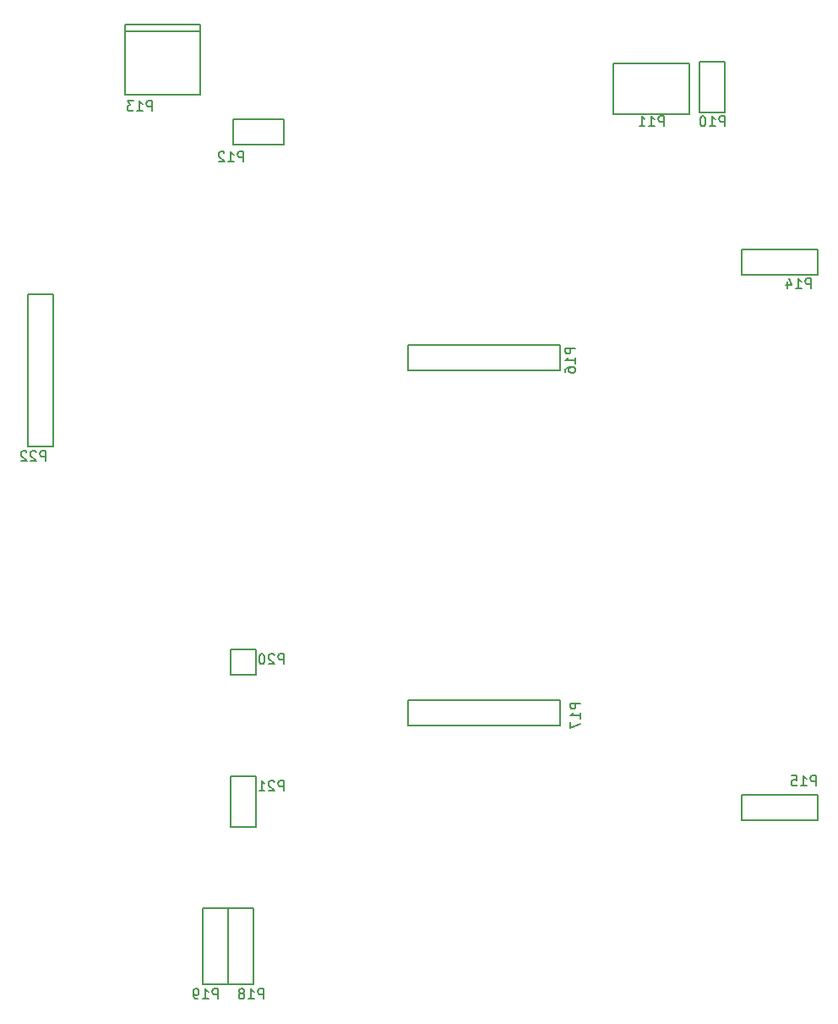
<source format=gbr>
G04 #@! TF.FileFunction,Legend,Bot*
%FSLAX46Y46*%
G04 Gerber Fmt 4.6, Leading zero omitted, Abs format (unit mm)*
G04 Created by KiCad (PCBNEW 4.0.7) date 01/01/18 19:06:04*
%MOMM*%
%LPD*%
G01*
G04 APERTURE LIST*
%ADD10C,0.100000*%
%ADD11C,0.150000*%
G04 APERTURE END LIST*
D10*
D11*
X71552000Y-50851000D02*
X64059000Y-50851000D01*
X71520000Y-57145000D02*
X71520000Y-50145000D01*
X71520000Y-50145000D02*
X64020000Y-50145000D01*
X64020000Y-50145000D02*
X64020000Y-57145000D01*
X64020000Y-57145000D02*
X71520000Y-57145000D01*
X133410000Y-127280000D02*
X133410000Y-129820000D01*
X133410000Y-129820000D02*
X125790000Y-129820000D01*
X125790000Y-129820000D02*
X125790000Y-127280000D01*
X125790000Y-127280000D02*
X133410000Y-127280000D01*
X133410000Y-72680000D02*
X133410000Y-75220000D01*
X133410000Y-75220000D02*
X125790000Y-75220000D01*
X125790000Y-75220000D02*
X125790000Y-72680000D01*
X125790000Y-72680000D02*
X133410000Y-72680000D01*
X56820000Y-77140000D02*
X54280000Y-77140000D01*
X54280000Y-77140000D02*
X54280000Y-92380000D01*
X54280000Y-92380000D02*
X56820000Y-92380000D01*
X56820000Y-92380000D02*
X56820000Y-77140000D01*
X79934000Y-59614000D02*
X79934000Y-62154000D01*
X79934000Y-62154000D02*
X74854000Y-62154000D01*
X74854000Y-62154000D02*
X74854000Y-59614000D01*
X74854000Y-59614000D02*
X79934000Y-59614000D01*
X74346000Y-138608000D02*
X76886000Y-138608000D01*
X76886000Y-138608000D02*
X76886000Y-146228000D01*
X76886000Y-146228000D02*
X74346000Y-146228000D01*
X74346000Y-146228000D02*
X74346000Y-138608000D01*
X71806000Y-138608000D02*
X74346000Y-138608000D01*
X74346000Y-138608000D02*
X74346000Y-146228000D01*
X74346000Y-146228000D02*
X71806000Y-146228000D01*
X71806000Y-146228000D02*
X71806000Y-138608000D01*
X92380000Y-120320000D02*
X92380000Y-117780000D01*
X92380000Y-117780000D02*
X107620000Y-117780000D01*
X107620000Y-117780000D02*
X107620000Y-120320000D01*
X107620000Y-120320000D02*
X92380000Y-120320000D01*
X107620000Y-82220000D02*
X107620000Y-84760000D01*
X107620000Y-84760000D02*
X92380000Y-84760000D01*
X92380000Y-84760000D02*
X92380000Y-82220000D01*
X92380000Y-82220000D02*
X107620000Y-82220000D01*
X77140000Y-125400000D02*
X74600000Y-125400000D01*
X74600000Y-125400000D02*
X74600000Y-130480000D01*
X74600000Y-130480000D02*
X77140000Y-130480000D01*
X77140000Y-130480000D02*
X77140000Y-125400000D01*
X74600000Y-112700000D02*
X77140000Y-112700000D01*
X77140000Y-112700000D02*
X77140000Y-115240000D01*
X77140000Y-115240000D02*
X74600000Y-115240000D01*
X74600000Y-115240000D02*
X74600000Y-112700000D01*
X112954000Y-59106000D02*
X112954000Y-54026000D01*
X112954000Y-54026000D02*
X120574000Y-54026000D01*
X120574000Y-54026000D02*
X120574000Y-59106000D01*
X120574000Y-59106000D02*
X112954000Y-59106000D01*
X124130000Y-58979000D02*
X121590000Y-58979000D01*
X121590000Y-58979000D02*
X121590000Y-53899000D01*
X121590000Y-53899000D02*
X124130000Y-53899000D01*
X124130000Y-53899000D02*
X124130000Y-58979000D01*
X66670286Y-58796381D02*
X66670286Y-57796381D01*
X66289333Y-57796381D01*
X66194095Y-57844000D01*
X66146476Y-57891619D01*
X66098857Y-57986857D01*
X66098857Y-58129714D01*
X66146476Y-58224952D01*
X66194095Y-58272571D01*
X66289333Y-58320190D01*
X66670286Y-58320190D01*
X65146476Y-58796381D02*
X65717905Y-58796381D01*
X65432191Y-58796381D02*
X65432191Y-57796381D01*
X65527429Y-57939238D01*
X65622667Y-58034476D01*
X65717905Y-58082095D01*
X64813143Y-57796381D02*
X64194095Y-57796381D01*
X64527429Y-58177333D01*
X64384571Y-58177333D01*
X64289333Y-58224952D01*
X64241714Y-58272571D01*
X64194095Y-58367810D01*
X64194095Y-58605905D01*
X64241714Y-58701143D01*
X64289333Y-58748762D01*
X64384571Y-58796381D01*
X64670286Y-58796381D01*
X64765524Y-58748762D01*
X64813143Y-58701143D01*
X133218286Y-126360381D02*
X133218286Y-125360381D01*
X132837333Y-125360381D01*
X132742095Y-125408000D01*
X132694476Y-125455619D01*
X132646857Y-125550857D01*
X132646857Y-125693714D01*
X132694476Y-125788952D01*
X132742095Y-125836571D01*
X132837333Y-125884190D01*
X133218286Y-125884190D01*
X131694476Y-126360381D02*
X132265905Y-126360381D01*
X131980191Y-126360381D02*
X131980191Y-125360381D01*
X132075429Y-125503238D01*
X132170667Y-125598476D01*
X132265905Y-125646095D01*
X130789714Y-125360381D02*
X131265905Y-125360381D01*
X131313524Y-125836571D01*
X131265905Y-125788952D01*
X131170667Y-125741333D01*
X130932571Y-125741333D01*
X130837333Y-125788952D01*
X130789714Y-125836571D01*
X130742095Y-125931810D01*
X130742095Y-126169905D01*
X130789714Y-126265143D01*
X130837333Y-126312762D01*
X130932571Y-126360381D01*
X131170667Y-126360381D01*
X131265905Y-126312762D01*
X131313524Y-126265143D01*
X132710286Y-76576381D02*
X132710286Y-75576381D01*
X132329333Y-75576381D01*
X132234095Y-75624000D01*
X132186476Y-75671619D01*
X132138857Y-75766857D01*
X132138857Y-75909714D01*
X132186476Y-76004952D01*
X132234095Y-76052571D01*
X132329333Y-76100190D01*
X132710286Y-76100190D01*
X131186476Y-76576381D02*
X131757905Y-76576381D01*
X131472191Y-76576381D02*
X131472191Y-75576381D01*
X131567429Y-75719238D01*
X131662667Y-75814476D01*
X131757905Y-75862095D01*
X130329333Y-75909714D02*
X130329333Y-76576381D01*
X130567429Y-75528762D02*
X130805524Y-76243048D01*
X130186476Y-76243048D01*
X56002286Y-93848381D02*
X56002286Y-92848381D01*
X55621333Y-92848381D01*
X55526095Y-92896000D01*
X55478476Y-92943619D01*
X55430857Y-93038857D01*
X55430857Y-93181714D01*
X55478476Y-93276952D01*
X55526095Y-93324571D01*
X55621333Y-93372190D01*
X56002286Y-93372190D01*
X55049905Y-92943619D02*
X55002286Y-92896000D01*
X54907048Y-92848381D01*
X54668952Y-92848381D01*
X54573714Y-92896000D01*
X54526095Y-92943619D01*
X54478476Y-93038857D01*
X54478476Y-93134095D01*
X54526095Y-93276952D01*
X55097524Y-93848381D01*
X54478476Y-93848381D01*
X54097524Y-92943619D02*
X54049905Y-92896000D01*
X53954667Y-92848381D01*
X53716571Y-92848381D01*
X53621333Y-92896000D01*
X53573714Y-92943619D01*
X53526095Y-93038857D01*
X53526095Y-93134095D01*
X53573714Y-93276952D01*
X54145143Y-93848381D01*
X53526095Y-93848381D01*
X75814286Y-63876381D02*
X75814286Y-62876381D01*
X75433333Y-62876381D01*
X75338095Y-62924000D01*
X75290476Y-62971619D01*
X75242857Y-63066857D01*
X75242857Y-63209714D01*
X75290476Y-63304952D01*
X75338095Y-63352571D01*
X75433333Y-63400190D01*
X75814286Y-63400190D01*
X74290476Y-63876381D02*
X74861905Y-63876381D01*
X74576191Y-63876381D02*
X74576191Y-62876381D01*
X74671429Y-63019238D01*
X74766667Y-63114476D01*
X74861905Y-63162095D01*
X73909524Y-62971619D02*
X73861905Y-62924000D01*
X73766667Y-62876381D01*
X73528571Y-62876381D01*
X73433333Y-62924000D01*
X73385714Y-62971619D01*
X73338095Y-63066857D01*
X73338095Y-63162095D01*
X73385714Y-63304952D01*
X73957143Y-63876381D01*
X73338095Y-63876381D01*
X77846286Y-147696381D02*
X77846286Y-146696381D01*
X77465333Y-146696381D01*
X77370095Y-146744000D01*
X77322476Y-146791619D01*
X77274857Y-146886857D01*
X77274857Y-147029714D01*
X77322476Y-147124952D01*
X77370095Y-147172571D01*
X77465333Y-147220190D01*
X77846286Y-147220190D01*
X76322476Y-147696381D02*
X76893905Y-147696381D01*
X76608191Y-147696381D02*
X76608191Y-146696381D01*
X76703429Y-146839238D01*
X76798667Y-146934476D01*
X76893905Y-146982095D01*
X75751048Y-147124952D02*
X75846286Y-147077333D01*
X75893905Y-147029714D01*
X75941524Y-146934476D01*
X75941524Y-146886857D01*
X75893905Y-146791619D01*
X75846286Y-146744000D01*
X75751048Y-146696381D01*
X75560571Y-146696381D01*
X75465333Y-146744000D01*
X75417714Y-146791619D01*
X75370095Y-146886857D01*
X75370095Y-146934476D01*
X75417714Y-147029714D01*
X75465333Y-147077333D01*
X75560571Y-147124952D01*
X75751048Y-147124952D01*
X75846286Y-147172571D01*
X75893905Y-147220190D01*
X75941524Y-147315429D01*
X75941524Y-147505905D01*
X75893905Y-147601143D01*
X75846286Y-147648762D01*
X75751048Y-147696381D01*
X75560571Y-147696381D01*
X75465333Y-147648762D01*
X75417714Y-147601143D01*
X75370095Y-147505905D01*
X75370095Y-147315429D01*
X75417714Y-147220190D01*
X75465333Y-147172571D01*
X75560571Y-147124952D01*
X73274286Y-147696381D02*
X73274286Y-146696381D01*
X72893333Y-146696381D01*
X72798095Y-146744000D01*
X72750476Y-146791619D01*
X72702857Y-146886857D01*
X72702857Y-147029714D01*
X72750476Y-147124952D01*
X72798095Y-147172571D01*
X72893333Y-147220190D01*
X73274286Y-147220190D01*
X71750476Y-147696381D02*
X72321905Y-147696381D01*
X72036191Y-147696381D02*
X72036191Y-146696381D01*
X72131429Y-146839238D01*
X72226667Y-146934476D01*
X72321905Y-146982095D01*
X71274286Y-147696381D02*
X71083810Y-147696381D01*
X70988571Y-147648762D01*
X70940952Y-147601143D01*
X70845714Y-147458286D01*
X70798095Y-147267810D01*
X70798095Y-146886857D01*
X70845714Y-146791619D01*
X70893333Y-146744000D01*
X70988571Y-146696381D01*
X71179048Y-146696381D01*
X71274286Y-146744000D01*
X71321905Y-146791619D01*
X71369524Y-146886857D01*
X71369524Y-147124952D01*
X71321905Y-147220190D01*
X71274286Y-147267810D01*
X71179048Y-147315429D01*
X70988571Y-147315429D01*
X70893333Y-147267810D01*
X70845714Y-147220190D01*
X70798095Y-147124952D01*
X109596381Y-118089714D02*
X108596381Y-118089714D01*
X108596381Y-118470667D01*
X108644000Y-118565905D01*
X108691619Y-118613524D01*
X108786857Y-118661143D01*
X108929714Y-118661143D01*
X109024952Y-118613524D01*
X109072571Y-118565905D01*
X109120190Y-118470667D01*
X109120190Y-118089714D01*
X109596381Y-119613524D02*
X109596381Y-119042095D01*
X109596381Y-119327809D02*
X108596381Y-119327809D01*
X108739238Y-119232571D01*
X108834476Y-119137333D01*
X108882095Y-119042095D01*
X108596381Y-119946857D02*
X108596381Y-120613524D01*
X109596381Y-120184952D01*
X109088381Y-82529714D02*
X108088381Y-82529714D01*
X108088381Y-82910667D01*
X108136000Y-83005905D01*
X108183619Y-83053524D01*
X108278857Y-83101143D01*
X108421714Y-83101143D01*
X108516952Y-83053524D01*
X108564571Y-83005905D01*
X108612190Y-82910667D01*
X108612190Y-82529714D01*
X109088381Y-84053524D02*
X109088381Y-83482095D01*
X109088381Y-83767809D02*
X108088381Y-83767809D01*
X108231238Y-83672571D01*
X108326476Y-83577333D01*
X108374095Y-83482095D01*
X108088381Y-84910667D02*
X108088381Y-84720190D01*
X108136000Y-84624952D01*
X108183619Y-84577333D01*
X108326476Y-84482095D01*
X108516952Y-84434476D01*
X108897905Y-84434476D01*
X108993143Y-84482095D01*
X109040762Y-84529714D01*
X109088381Y-84624952D01*
X109088381Y-84815429D01*
X109040762Y-84910667D01*
X108993143Y-84958286D01*
X108897905Y-85005905D01*
X108659810Y-85005905D01*
X108564571Y-84958286D01*
X108516952Y-84910667D01*
X108469333Y-84815429D01*
X108469333Y-84624952D01*
X108516952Y-84529714D01*
X108564571Y-84482095D01*
X108659810Y-84434476D01*
X79878286Y-126868381D02*
X79878286Y-125868381D01*
X79497333Y-125868381D01*
X79402095Y-125916000D01*
X79354476Y-125963619D01*
X79306857Y-126058857D01*
X79306857Y-126201714D01*
X79354476Y-126296952D01*
X79402095Y-126344571D01*
X79497333Y-126392190D01*
X79878286Y-126392190D01*
X78925905Y-125963619D02*
X78878286Y-125916000D01*
X78783048Y-125868381D01*
X78544952Y-125868381D01*
X78449714Y-125916000D01*
X78402095Y-125963619D01*
X78354476Y-126058857D01*
X78354476Y-126154095D01*
X78402095Y-126296952D01*
X78973524Y-126868381D01*
X78354476Y-126868381D01*
X77402095Y-126868381D02*
X77973524Y-126868381D01*
X77687810Y-126868381D02*
X77687810Y-125868381D01*
X77783048Y-126011238D01*
X77878286Y-126106476D01*
X77973524Y-126154095D01*
X79878286Y-114168381D02*
X79878286Y-113168381D01*
X79497333Y-113168381D01*
X79402095Y-113216000D01*
X79354476Y-113263619D01*
X79306857Y-113358857D01*
X79306857Y-113501714D01*
X79354476Y-113596952D01*
X79402095Y-113644571D01*
X79497333Y-113692190D01*
X79878286Y-113692190D01*
X78925905Y-113263619D02*
X78878286Y-113216000D01*
X78783048Y-113168381D01*
X78544952Y-113168381D01*
X78449714Y-113216000D01*
X78402095Y-113263619D01*
X78354476Y-113358857D01*
X78354476Y-113454095D01*
X78402095Y-113596952D01*
X78973524Y-114168381D01*
X78354476Y-114168381D01*
X77735429Y-113168381D02*
X77640190Y-113168381D01*
X77544952Y-113216000D01*
X77497333Y-113263619D01*
X77449714Y-113358857D01*
X77402095Y-113549333D01*
X77402095Y-113787429D01*
X77449714Y-113977905D01*
X77497333Y-114073143D01*
X77544952Y-114120762D01*
X77640190Y-114168381D01*
X77735429Y-114168381D01*
X77830667Y-114120762D01*
X77878286Y-114073143D01*
X77925905Y-113977905D01*
X77973524Y-113787429D01*
X77973524Y-113549333D01*
X77925905Y-113358857D01*
X77878286Y-113263619D01*
X77830667Y-113216000D01*
X77735429Y-113168381D01*
X117978286Y-60320381D02*
X117978286Y-59320381D01*
X117597333Y-59320381D01*
X117502095Y-59368000D01*
X117454476Y-59415619D01*
X117406857Y-59510857D01*
X117406857Y-59653714D01*
X117454476Y-59748952D01*
X117502095Y-59796571D01*
X117597333Y-59844190D01*
X117978286Y-59844190D01*
X116454476Y-60320381D02*
X117025905Y-60320381D01*
X116740191Y-60320381D02*
X116740191Y-59320381D01*
X116835429Y-59463238D01*
X116930667Y-59558476D01*
X117025905Y-59606095D01*
X115502095Y-60320381D02*
X116073524Y-60320381D01*
X115787810Y-60320381D02*
X115787810Y-59320381D01*
X115883048Y-59463238D01*
X115978286Y-59558476D01*
X116073524Y-59606095D01*
X124074286Y-60320381D02*
X124074286Y-59320381D01*
X123693333Y-59320381D01*
X123598095Y-59368000D01*
X123550476Y-59415619D01*
X123502857Y-59510857D01*
X123502857Y-59653714D01*
X123550476Y-59748952D01*
X123598095Y-59796571D01*
X123693333Y-59844190D01*
X124074286Y-59844190D01*
X122550476Y-60320381D02*
X123121905Y-60320381D01*
X122836191Y-60320381D02*
X122836191Y-59320381D01*
X122931429Y-59463238D01*
X123026667Y-59558476D01*
X123121905Y-59606095D01*
X121931429Y-59320381D02*
X121836190Y-59320381D01*
X121740952Y-59368000D01*
X121693333Y-59415619D01*
X121645714Y-59510857D01*
X121598095Y-59701333D01*
X121598095Y-59939429D01*
X121645714Y-60129905D01*
X121693333Y-60225143D01*
X121740952Y-60272762D01*
X121836190Y-60320381D01*
X121931429Y-60320381D01*
X122026667Y-60272762D01*
X122074286Y-60225143D01*
X122121905Y-60129905D01*
X122169524Y-59939429D01*
X122169524Y-59701333D01*
X122121905Y-59510857D01*
X122074286Y-59415619D01*
X122026667Y-59368000D01*
X121931429Y-59320381D01*
M02*

</source>
